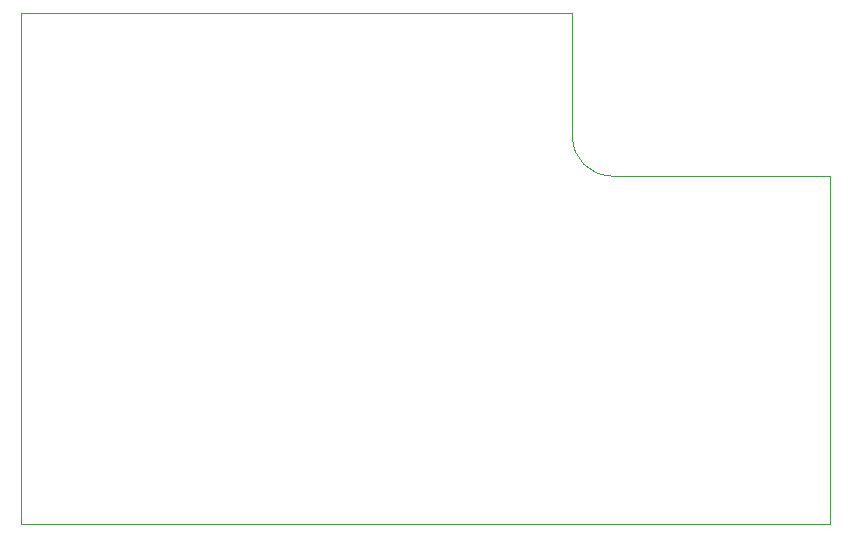
<source format=gbr>
%TF.GenerationSoftware,KiCad,Pcbnew,9.0.3*%
%TF.CreationDate,2025-09-07T17:51:58-04:00*%
%TF.ProjectId,6502-interposer,36353032-2d69-46e7-9465-72706f736572,rev?*%
%TF.SameCoordinates,Original*%
%TF.FileFunction,Profile,NP*%
%FSLAX46Y46*%
G04 Gerber Fmt 4.6, Leading zero omitted, Abs format (unit mm)*
G04 Created by KiCad (PCBNEW 9.0.3) date 2025-09-07 17:51:58*
%MOMM*%
%LPD*%
G01*
G04 APERTURE LIST*
%TA.AperFunction,Profile*%
%ADD10C,0.050000*%
%TD*%
G04 APERTURE END LIST*
D10*
X113750000Y-82000000D02*
X45250000Y-82000000D01*
X45250000Y-38750000D02*
X91977637Y-38750000D01*
X45250000Y-82000000D02*
X45250000Y-38750000D01*
X91980826Y-49250000D02*
X91977637Y-38750000D01*
X113750000Y-52524048D02*
X113750000Y-82000000D01*
X95250000Y-52519174D02*
X113750000Y-52524048D01*
X95250000Y-52519174D02*
G75*
G02*
X91980826Y-49250000I0J3269174D01*
G01*
M02*

</source>
